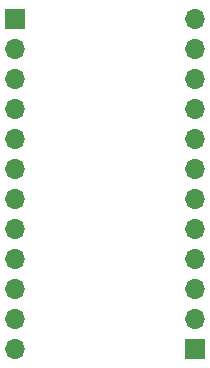
<source format=gbr>
%TF.GenerationSoftware,KiCad,Pcbnew,9.0.0*%
%TF.CreationDate,2025-03-05T17:01:44+13:00*%
%TF.ProjectId,SOIC-24_to_DIP-24_adapter,534f4943-2d32-4345-9f74-6f5f4449502d,rev?*%
%TF.SameCoordinates,Original*%
%TF.FileFunction,Soldermask,Bot*%
%TF.FilePolarity,Negative*%
%FSLAX46Y46*%
G04 Gerber Fmt 4.6, Leading zero omitted, Abs format (unit mm)*
G04 Created by KiCad (PCBNEW 9.0.0) date 2025-03-05 17:01:44*
%MOMM*%
%LPD*%
G01*
G04 APERTURE LIST*
%ADD10R,1.700000X1.700000*%
%ADD11O,1.700000X1.700000*%
G04 APERTURE END LIST*
D10*
%TO.C,J1*%
X145094000Y-86775000D03*
D11*
X145094000Y-89315000D03*
X145094000Y-91855000D03*
X145094000Y-94395000D03*
X145094000Y-96935000D03*
X145094000Y-99475000D03*
X145094000Y-102015000D03*
X145094000Y-104555000D03*
X145094000Y-107095000D03*
X145094000Y-109635000D03*
X145094000Y-112175000D03*
X145094000Y-114715000D03*
%TD*%
D10*
%TO.C,J2*%
X160335360Y-114725000D03*
D11*
X160335360Y-112185000D03*
X160335360Y-109645000D03*
X160335360Y-107105000D03*
X160335360Y-104565000D03*
X160335360Y-102025000D03*
X160335360Y-99485000D03*
X160335360Y-96945000D03*
X160335360Y-94405000D03*
X160335360Y-91865000D03*
X160335360Y-89325000D03*
X160335360Y-86785000D03*
%TD*%
M02*

</source>
